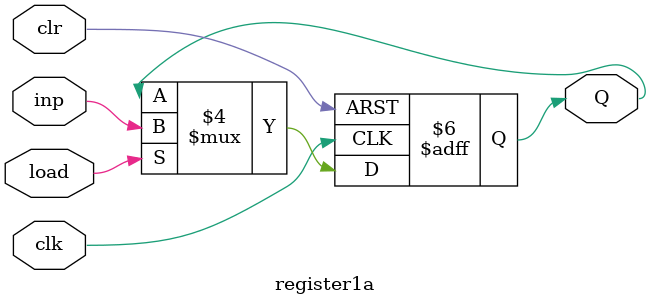
<source format=v>
/* 1bit register */
module register1a (
    input wire load, 
    input wire clk,
    input wire clr,
    input wire inp,
    output reg Q
);

/* D fiop flop */
always @(posedge clk or posedge clr) begin
    if (clr == 1)
        Q <= 0;
    else if (load == 1)
        Q <= inp;
end

endmodule

</source>
